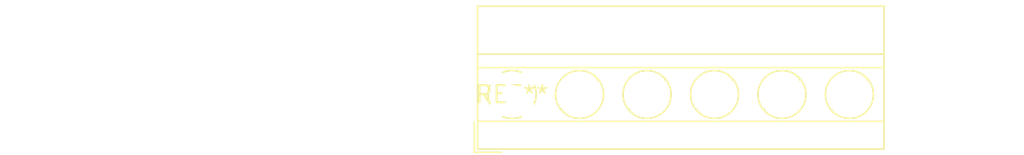
<source format=kicad_pcb>
(kicad_pcb (version 20240108) (generator pcbnew)
  (layers (0 "F.Cu" signal) (31 "B.Cu" signal) (34 "B.Paste" user) (35 "F.Paste" user) (36 "B.SilkS" user "B.Silkscreen") (37 "F.SilkS" user "F.Silkscreen") (38 "B.Mask" user) (39 "F.Mask" user) (44 "Edge.Cuts" user))
  (net 0 "")
  (footprint "TerminalBlock_MetzConnect_Type011_RT05506HBWC_1x06_P5.00mm_Horizontal" (layer "F.Cu") (at 0 0)
    (property "Reference" "REF**")
    (property "Value" "TerminalBlock_MetzConnect_Type011_RT05506HBWC_1x06_P5.00mm_Horizontal")
    (fp_line (start -2.8 2.06) (end -2.8 4.3) (layer "F.SilkS") (stroke (width 0.12)))
    (fp_line (start -2.8 4.3) (end -0.8 4.3) (layer "F.SilkS") (stroke (width 0.12)))
    (fp_line (start -2.56 -6.56) (end -2.56 4.06) (layer "F.SilkS") (stroke (width 0.12)))
    (fp_line (start -2.56 -6.56) (end 27.56 -6.56) (layer "F.SilkS") (stroke (width 0.12)))
    (fp_line (start -2.56 -3) (end 27.56 -3) (layer "F.SilkS") (stroke (width 0.12)))
    (fp_line (start -2.56 -2) (end 27.56 -2) (layer "F.SilkS") (stroke (width 0.12)))
    (fp_line (start -2.56 2) (end 27.56 2) (layer "F.SilkS") (stroke (width 0.12)))
    (fp_line (start -2.56 4.06) (end 27.56 4.06) (layer "F.SilkS") (stroke (width 0.12)))
    (fp_line (start 3.7 1.083) (end 3.65 1.133) (layer "F.SilkS") (stroke (width 0.12)))
    (fp_line (start 3.892 1.325) (end 3.868 1.35) (layer "F.SilkS") (stroke (width 0.12)))
    (fp_line (start 6.133 -1.35) (end 6.108 -1.326) (layer "F.SilkS") (stroke (width 0.12)))
    (fp_line (start 6.35 -1.133) (end 6.301 -1.083) (layer "F.SilkS") (stroke (width 0.12)))
    (fp_line (start 8.7 1.083) (end 8.65 1.133) (layer "F.SilkS") (stroke (width 0.12)))
    (fp_line (start 8.892 1.325) (end 8.868 1.35) (layer "F.SilkS") (stroke (width 0.12)))
    (fp_line (start 11.133 -1.35) (end 11.108 -1.326) (layer "F.SilkS") (stroke (width 0.12)))
    (fp_line (start 11.35 -1.133) (end 11.301 -1.083) (layer "F.SilkS") (stroke (width 0.12)))
    (fp_line (start 13.7 1.083) (end 13.65 1.133) (layer "F.SilkS") (stroke (width 0.12)))
    (fp_line (start 13.892 1.325) (end 13.868 1.35) (layer "F.SilkS") (stroke (width 0.12)))
    (fp_line (start 16.133 -1.35) (end 16.108 -1.326) (layer "F.SilkS") (stroke (width 0.12)))
    (fp_line (start 16.35 -1.133) (end 16.301 -1.083) (layer "F.SilkS") (stroke (width 0.12)))
    (fp_line (start 18.7 1.083) (end 18.65 1.133) (layer "F.SilkS") (stroke (width 0.12)))
    (fp_line (start 18.892 1.325) (end 18.868 1.35) (layer "F.SilkS") (stroke (width 0.12)))
    (fp_line (start 21.133 -1.35) (end 21.108 -1.326) (layer "F.SilkS") (stroke (width 0.12)))
    (fp_line (start 21.35 -1.133) (end 21.301 -1.083) (layer "F.SilkS") (stroke (width 0.12)))
    (fp_line (start 23.7 1.083) (end 23.65 1.133) (layer "F.SilkS") (stroke (width 0.12)))
    (fp_line (start 23.892 1.325) (end 23.868 1.35) (layer "F.SilkS") (stroke (width 0.12)))
    (fp_line (start 26.133 -1.35) (end 26.108 -1.326) (layer "F.SilkS") (stroke (width 0.12)))
    (fp_line (start 26.35 -1.133) (end 26.301 -1.083) (layer "F.SilkS") (stroke (width 0.12)))
    (fp_line (start 27.56 -6.56) (end 27.56 4.06) (layer "F.SilkS") (stroke (width 0.12)))
    (fp_arc (start -1.639206 0.695516) (mid -1.780657 -0.000263) (end -1.639 -0.696) (layer "F.SilkS") (stroke (width 0.12)))
    (fp_arc (start -0.695516 -1.639206) (mid 0.000263 -1.780657) (end 0.696 -1.639) (layer "F.SilkS") (stroke (width 0.12)))
    (fp_arc (start 0.030814 1.78039) (mid -0.340023 1.747891) (end -0.696 1.639) (layer "F.SilkS") (stroke (width 0.12)))
    (fp_arc (start 0.695501 1.638499) (mid 0.354875 1.744266) (end 0 1.78) (layer "F.SilkS") (stroke (width 0.12)))
    (fp_arc (start 1.639206 -0.695516) (mid 1.780657 0.000263) (end 1.639 0.696) (layer "F.SilkS") (stroke (width 0.12)))
    (fp_circle (center 5 0) (end 6.78 0) (layer "F.SilkS") (stroke (width 0.12)) (fill none))
    (fp_circle (center 10 0) (end 11.78 0) (layer "F.SilkS") (stroke (width 0.12)) (fill none))
    (fp_circle (center 15 0) (end 16.78 0) (layer "F.SilkS") (stroke (width 0.12)) (fill none))
    (fp_circle (center 20 0) (end 21.78 0) (layer "F.SilkS") (stroke (width 0.12)) (fill none))
    (fp_circle (center 25 0) (end 26.78 0) (layer "F.SilkS") (stroke (width 0.12)) (fill none))
    (pad "1" thru_hole rect (at 0 0) (size 2.8 2.8) (drill 1.4) (layers *.Cu *.Mask) (remove_unused_layers))
    (pad "2" thru_hole circle (at 5 0) (size 2.8 2.8) (drill 1.4) (layers *.Cu *.Mask) (remove_unused_layers))
    (pad "3" thru_hole circle (at 10 0) (size 2.8 2.8) (drill 1.4) (layers *.Cu *.Mask) (remove_unused_layers))
    (pad "4" thru_hole circle (at 15 0) (size 2.8 2.8) (drill 1.4) (layers *.Cu *.Mask) (remove_unused_layers))
    (pad "5" thru_hole circle (at 20 0) (size 2.8 2.8) (drill 1.4) (layers *.Cu *.Mask) (remove_unused_layers))
    (pad "6" thru_hole circle (at 25 0) (size 2.8 2.8) (drill 1.4) (layers *.Cu *.Mask) (remove_unused_layers))
  )
)
</source>
